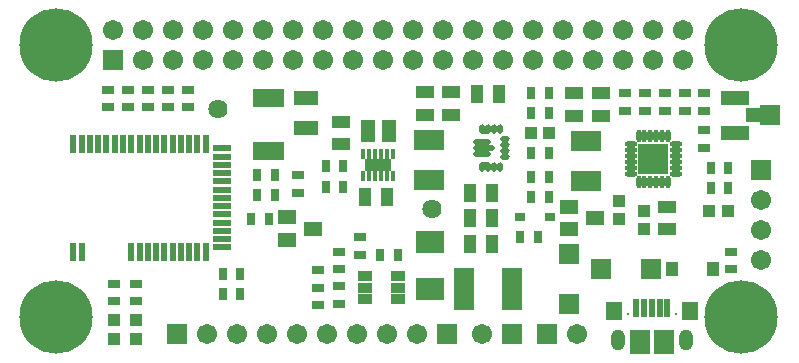
<source format=gts>
G04 Layer_Color=8388736*
%FSAX25Y25*%
%MOIN*%
G70*
G01*
G75*
%ADD68R,0.02375X0.06312*%
%ADD69R,0.06312X0.02375*%
%ADD70R,0.04343X0.03162*%
%ADD71R,0.03162X0.04343*%
%ADD72R,0.03950X0.03950*%
%ADD73R,0.03950X0.03950*%
%ADD74R,0.06902X0.14383*%
%ADD75R,0.04737X0.03556*%
%ADD76R,0.09304X0.07808*%
%ADD77R,0.04343X0.05918*%
%ADD78R,0.04816X0.07808*%
%ADD79R,0.01784X0.03556*%
%ADD80R,0.08674X0.03910*%
%ADD81R,0.05524X0.06312*%
%ADD82R,0.06902X0.08280*%
%ADD83R,0.01968X0.05905*%
%ADD84R,0.06312X0.04737*%
%ADD85R,0.08280X0.05131*%
%ADD86R,0.02768X0.06312*%
%ADD87R,0.05918X0.04343*%
%ADD88R,0.10249X0.07099*%
G04:AMPARAMS|DCode=89|XSize=17.84mil|YSize=35.56mil|CornerRadius=6.46mil|HoleSize=0mil|Usage=FLASHONLY|Rotation=270.000|XOffset=0mil|YOffset=0mil|HoleType=Round|Shape=RoundedRectangle|*
%AMROUNDEDRECTD89*
21,1,0.01784,0.02264,0,0,270.0*
21,1,0.00492,0.03556,0,0,270.0*
1,1,0.01292,-0.01132,-0.00246*
1,1,0.01292,-0.01132,0.00246*
1,1,0.01292,0.01132,0.00246*
1,1,0.01292,0.01132,-0.00246*
%
%ADD89ROUNDEDRECTD89*%
G04:AMPARAMS|DCode=90|XSize=17.84mil|YSize=31.62mil|CornerRadius=6.46mil|HoleSize=0mil|Usage=FLASHONLY|Rotation=180.000|XOffset=0mil|YOffset=0mil|HoleType=Round|Shape=RoundedRectangle|*
%AMROUNDEDRECTD90*
21,1,0.01784,0.01870,0,0,180.0*
21,1,0.00492,0.03162,0,0,180.0*
1,1,0.01292,-0.00246,0.00935*
1,1,0.01292,0.00246,0.00935*
1,1,0.01292,0.00246,-0.00935*
1,1,0.01292,-0.00246,-0.00935*
%
%ADD90ROUNDEDRECTD90*%
G04:AMPARAMS|DCode=91|XSize=17.84mil|YSize=61.15mil|CornerRadius=6.46mil|HoleSize=0mil|Usage=FLASHONLY|Rotation=270.000|XOffset=0mil|YOffset=0mil|HoleType=Round|Shape=RoundedRectangle|*
%AMROUNDEDRECTD91*
21,1,0.01784,0.04823,0,0,270.0*
21,1,0.00492,0.06115,0,0,270.0*
1,1,0.01292,-0.02411,-0.00246*
1,1,0.01292,-0.02411,0.00246*
1,1,0.01292,0.02411,0.00246*
1,1,0.01292,0.02411,-0.00246*
%
%ADD91ROUNDEDRECTD91*%
G04:AMPARAMS|DCode=92|XSize=17.84mil|YSize=74.93mil|CornerRadius=6.46mil|HoleSize=0mil|Usage=FLASHONLY|Rotation=270.000|XOffset=0mil|YOffset=0mil|HoleType=Round|Shape=RoundedRectangle|*
%AMROUNDEDRECTD92*
21,1,0.01784,0.06201,0,0,270.0*
21,1,0.00492,0.07493,0,0,270.0*
1,1,0.01292,-0.03100,-0.00246*
1,1,0.01292,-0.03100,0.00246*
1,1,0.01292,0.03100,0.00246*
1,1,0.01292,0.03100,-0.00246*
%
%ADD92ROUNDEDRECTD92*%
G04:AMPARAMS|DCode=93|XSize=17.84mil|YSize=31.62mil|CornerRadius=6.46mil|HoleSize=0mil|Usage=FLASHONLY|Rotation=270.000|XOffset=0mil|YOffset=0mil|HoleType=Round|Shape=RoundedRectangle|*
%AMROUNDEDRECTD93*
21,1,0.01784,0.01870,0,0,270.0*
21,1,0.00492,0.03162,0,0,270.0*
1,1,0.01292,-0.00935,-0.00246*
1,1,0.01292,-0.00935,0.00246*
1,1,0.01292,0.00935,0.00246*
1,1,0.01292,0.00935,-0.00246*
%
%ADD93ROUNDEDRECTD93*%
%ADD94R,0.03556X0.02572*%
%ADD95R,0.06706X0.07099*%
%ADD96R,0.07099X0.06706*%
%ADD97R,0.04343X0.04540*%
%ADD98R,0.10249X0.10249*%
%ADD99O,0.01784X0.04343*%
%ADD100O,0.04343X0.01784*%
%ADD101R,0.09461X0.04934*%
%ADD102R,0.04737X0.04737*%
%ADD103C,0.06706*%
%ADD104R,0.06706X0.06706*%
%ADD105C,0.24422*%
%ADD106O,0.04737X0.07099*%
%ADD107R,0.00800X0.00800*%
%ADD108C,0.06400*%
%ADD109R,0.06706X0.06706*%
%ADD110C,0.02768*%
D68*
X0154842Y0144028D02*
D03*
X0171378D02*
D03*
X0168622D02*
D03*
X0165866D02*
D03*
X0163110D02*
D03*
X0160354D02*
D03*
X0157598D02*
D03*
X0152087D02*
D03*
X0149331D02*
D03*
X0146575D02*
D03*
X0130039D02*
D03*
X0127283D02*
D03*
Y0180248D02*
D03*
X0130039D02*
D03*
X0132795D02*
D03*
X0135551D02*
D03*
X0138307D02*
D03*
X0141063D02*
D03*
X0143819D02*
D03*
X0146575D02*
D03*
X0149331D02*
D03*
X0152087D02*
D03*
X0154842D02*
D03*
X0157598D02*
D03*
X0160354D02*
D03*
X0163110D02*
D03*
X0165866D02*
D03*
X0168622D02*
D03*
X0171378D02*
D03*
D69*
X0176890Y0178673D02*
D03*
Y0175917D02*
D03*
Y0173161D02*
D03*
Y0170405D02*
D03*
Y0167650D02*
D03*
Y0164894D02*
D03*
Y0162138D02*
D03*
Y0159382D02*
D03*
Y0156626D02*
D03*
Y0153870D02*
D03*
Y0151114D02*
D03*
Y0148358D02*
D03*
Y0145602D02*
D03*
D70*
X0165472Y0198161D02*
D03*
Y0192256D02*
D03*
X0158780Y0198161D02*
D03*
Y0192256D02*
D03*
X0152087Y0198161D02*
D03*
Y0192256D02*
D03*
X0145394Y0192256D02*
D03*
Y0198161D02*
D03*
X0138701Y0192256D02*
D03*
Y0198161D02*
D03*
X0140876Y0127606D02*
D03*
Y0133512D02*
D03*
X0148159Y0127606D02*
D03*
Y0133512D02*
D03*
X0222953Y0148949D02*
D03*
Y0143043D02*
D03*
X0215866Y0126705D02*
D03*
Y0132610D02*
D03*
X0202087Y0163909D02*
D03*
Y0169815D02*
D03*
X0215866Y0138319D02*
D03*
Y0144224D02*
D03*
X0208780Y0132217D02*
D03*
Y0138122D02*
D03*
Y0126311D02*
D03*
X0346575Y0138319D02*
D03*
Y0144224D02*
D03*
X0337520Y0184776D02*
D03*
Y0178870D02*
D03*
Y0196980D02*
D03*
Y0191075D02*
D03*
X0311142Y0196980D02*
D03*
Y0191075D02*
D03*
X0317835Y0196980D02*
D03*
Y0191075D02*
D03*
X0324528Y0191075D02*
D03*
Y0196980D02*
D03*
X0331221Y0196980D02*
D03*
Y0191075D02*
D03*
D71*
X0176988Y0130248D02*
D03*
X0182894D02*
D03*
X0182894Y0136744D02*
D03*
X0176988D02*
D03*
X0279842Y0190484D02*
D03*
X0285748D02*
D03*
X0279842Y0197177D02*
D03*
X0285748D02*
D03*
X0235354Y0143240D02*
D03*
X0229449D02*
D03*
X0211339Y0165681D02*
D03*
X0217244D02*
D03*
X0194410Y0169618D02*
D03*
X0188504D02*
D03*
X0194409Y0162925D02*
D03*
X0188504Y0162925D02*
D03*
X0192441Y0155248D02*
D03*
X0186535Y0155248D02*
D03*
X0217244Y0172768D02*
D03*
X0211339D02*
D03*
X0282205Y0149146D02*
D03*
X0276299D02*
D03*
X0279842Y0177098D02*
D03*
X0285748D02*
D03*
X0279842Y0169224D02*
D03*
X0285748D02*
D03*
X0345591Y0165287D02*
D03*
X0339685D02*
D03*
X0339685Y0171980D02*
D03*
X0345590D02*
D03*
X0285748Y0162531D02*
D03*
X0279842D02*
D03*
D72*
X0140866Y0115091D02*
D03*
Y0121390D02*
D03*
X0148150Y0115091D02*
D03*
Y0121390D02*
D03*
X0309173Y0161153D02*
D03*
Y0155248D02*
D03*
X0317441Y0157610D02*
D03*
Y0151705D02*
D03*
D73*
X0285748Y0183791D02*
D03*
X0279842D02*
D03*
X0339094Y0157807D02*
D03*
X0345394D02*
D03*
D74*
X0257598Y0131823D02*
D03*
X0273346D02*
D03*
D75*
X0235453Y0135957D02*
D03*
Y0132217D02*
D03*
Y0128476D02*
D03*
X0224626D02*
D03*
X0224626Y0132217D02*
D03*
X0224626Y0135957D02*
D03*
D76*
X0246181Y0131823D02*
D03*
Y0147571D02*
D03*
D77*
X0231811Y0162531D02*
D03*
X0224331D02*
D03*
X0259370Y0146783D02*
D03*
X0266850D02*
D03*
X0259370Y0155445D02*
D03*
X0266850D02*
D03*
X0259370Y0163713D02*
D03*
X0266850D02*
D03*
X0261732Y0196783D02*
D03*
X0269213D02*
D03*
D78*
X0225354Y0184579D02*
D03*
X0232362D02*
D03*
D79*
X0233780Y0176902D02*
D03*
X0231811D02*
D03*
X0229842Y0176902D02*
D03*
X0227874D02*
D03*
X0225905Y0176902D02*
D03*
X0223937Y0176902D02*
D03*
X0233780Y0169421D02*
D03*
X0231811D02*
D03*
X0229842D02*
D03*
X0227874D02*
D03*
X0225905Y0169421D02*
D03*
X0223937D02*
D03*
D80*
X0228858Y0173161D02*
D03*
D81*
X0307500Y0124441D02*
D03*
X0332697D02*
D03*
D82*
X0316063Y0114106D02*
D03*
X0324134D02*
D03*
D83*
X0314980Y0125327D02*
D03*
X0322657D02*
D03*
X0325217D02*
D03*
X0320098D02*
D03*
X0317539D02*
D03*
D84*
X0198543Y0155642D02*
D03*
X0198543Y0148161D02*
D03*
X0207205Y0151902D02*
D03*
X0292638Y0159185D02*
D03*
Y0151705D02*
D03*
X0301299Y0155445D02*
D03*
D85*
X0204842Y0185563D02*
D03*
Y0195405D02*
D03*
D86*
X0188406Y0177689D02*
D03*
X0190965D02*
D03*
X0193524D02*
D03*
X0196083D02*
D03*
X0188406Y0195405D02*
D03*
X0190965D02*
D03*
X0193524D02*
D03*
X0196083D02*
D03*
D87*
X0216653Y0187531D02*
D03*
Y0180051D02*
D03*
X0325315Y0151705D02*
D03*
Y0159185D02*
D03*
X0244606Y0197374D02*
D03*
Y0189894D02*
D03*
X0253268Y0197374D02*
D03*
Y0189894D02*
D03*
X0294213Y0196980D02*
D03*
Y0189500D02*
D03*
X0303268Y0196980D02*
D03*
Y0189500D02*
D03*
D88*
X0245787Y0168043D02*
D03*
Y0181429D02*
D03*
X0298150Y0167650D02*
D03*
Y0181035D02*
D03*
D89*
X0264587Y0184283D02*
D03*
Y0173063D02*
D03*
D90*
X0269508Y0172374D02*
D03*
X0267539D02*
D03*
X0265571D02*
D03*
X0263602D02*
D03*
Y0184972D02*
D03*
X0265571D02*
D03*
X0267539D02*
D03*
X0269508D02*
D03*
D91*
X0263504Y0176705D02*
D03*
Y0180642D02*
D03*
D92*
X0264193Y0178673D02*
D03*
D93*
X0271083Y0181626D02*
D03*
Y0179657D02*
D03*
Y0177689D02*
D03*
Y0175721D02*
D03*
D94*
X0286142Y0155839D02*
D03*
X0276299D02*
D03*
D95*
X0292638Y0143339D02*
D03*
Y0126606D02*
D03*
D96*
X0319902Y0138516D02*
D03*
X0303169D02*
D03*
D97*
X0340472Y0138516D02*
D03*
X0326693D02*
D03*
D98*
X0320591Y0175130D02*
D03*
D99*
X0325512Y0167551D02*
D03*
X0323543D02*
D03*
X0321575D02*
D03*
X0319606D02*
D03*
X0317638D02*
D03*
X0315669D02*
D03*
Y0182709D02*
D03*
X0317638D02*
D03*
X0319606D02*
D03*
X0321575D02*
D03*
X0323543D02*
D03*
X0325512D02*
D03*
D100*
X0313012Y0170209D02*
D03*
Y0172177D02*
D03*
Y0174146D02*
D03*
Y0176114D02*
D03*
Y0178083D02*
D03*
Y0180051D02*
D03*
X0328169D02*
D03*
Y0178083D02*
D03*
Y0176114D02*
D03*
Y0174146D02*
D03*
Y0172177D02*
D03*
Y0170209D02*
D03*
D101*
X0347756Y0183890D02*
D03*
Y0195504D02*
D03*
D102*
X0353661Y0189697D02*
D03*
D103*
X0330598Y0218094D02*
D03*
Y0208095D02*
D03*
X0320599Y0218094D02*
D03*
Y0208095D02*
D03*
X0310598Y0218094D02*
D03*
Y0208095D02*
D03*
X0300599Y0218094D02*
D03*
Y0208095D02*
D03*
X0290599Y0218094D02*
D03*
Y0208095D02*
D03*
X0280598Y0218094D02*
D03*
Y0208095D02*
D03*
X0270599Y0218094D02*
D03*
Y0208095D02*
D03*
X0260598Y0218094D02*
D03*
Y0208095D02*
D03*
X0250599Y0218094D02*
D03*
Y0208095D02*
D03*
X0240599Y0218094D02*
D03*
Y0208095D02*
D03*
X0230598Y0218094D02*
D03*
Y0208095D02*
D03*
X0220599Y0218094D02*
D03*
Y0208095D02*
D03*
X0210598Y0218094D02*
D03*
Y0208095D02*
D03*
X0200599Y0218094D02*
D03*
Y0208095D02*
D03*
X0190598Y0218094D02*
D03*
Y0208095D02*
D03*
X0180598Y0218094D02*
D03*
Y0208095D02*
D03*
X0170598Y0218094D02*
D03*
Y0208095D02*
D03*
X0160599Y0218094D02*
D03*
Y0208095D02*
D03*
X0150599Y0218094D02*
D03*
Y0208095D02*
D03*
X0140598Y0218094D02*
D03*
X0171678Y0116862D02*
D03*
X0241693D02*
D03*
X0231693D02*
D03*
X0221693D02*
D03*
X0211693D02*
D03*
X0201693D02*
D03*
X0191693D02*
D03*
X0181693D02*
D03*
X0263347D02*
D03*
X0295158D02*
D03*
X0356417Y0141508D02*
D03*
Y0151508D02*
D03*
Y0161508D02*
D03*
D104*
X0140598Y0208095D02*
D03*
X0161678Y0116862D02*
D03*
X0251693D02*
D03*
X0273346D02*
D03*
X0285157D02*
D03*
X0359567Y0189697D02*
D03*
D105*
X0349724Y0122374D02*
D03*
Y0212925D02*
D03*
X0121378D02*
D03*
Y0122374D02*
D03*
D106*
X0308780Y0114896D02*
D03*
X0331417D02*
D03*
D107*
X0312114Y0123360D02*
D03*
X0328059D02*
D03*
D108*
X0175409Y0191675D02*
D03*
X0246772Y0158398D02*
D03*
D109*
X0356417Y0171508D02*
D03*
D110*
X0320591Y0178673D02*
D03*
X0317047D02*
D03*
Y0171587D02*
D03*
Y0175130D02*
D03*
X0324134Y0171587D02*
D03*
X0320591D02*
D03*
Y0175130D02*
D03*
X0324134D02*
D03*
Y0178673D02*
D03*
M02*

</source>
